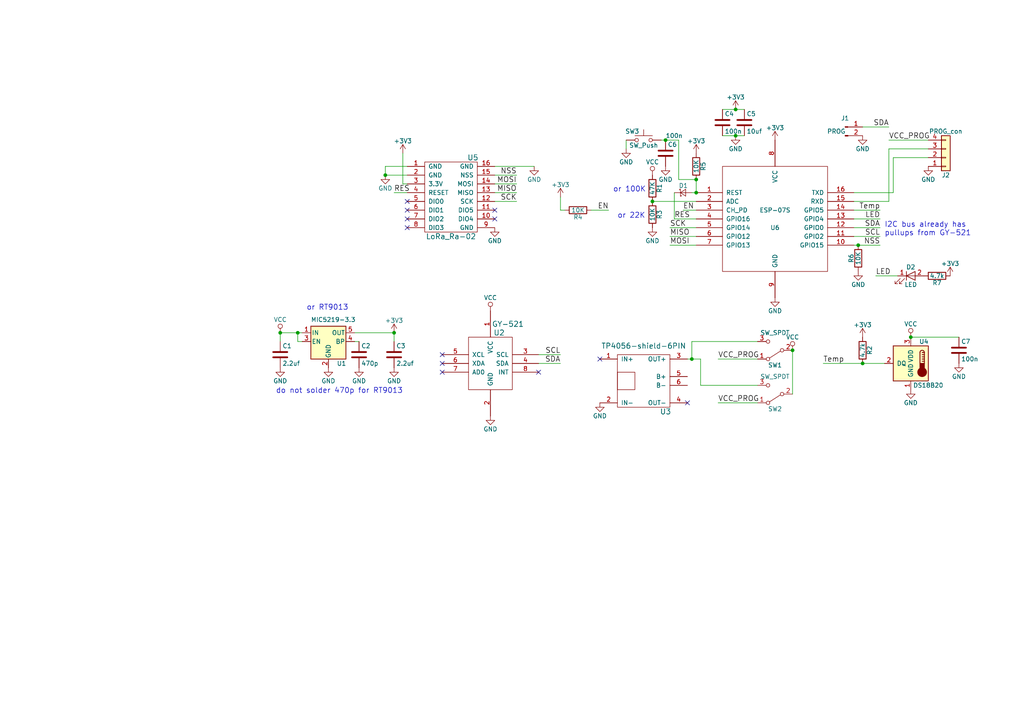
<source format=kicad_sch>
(kicad_sch (version 20230121) (generator eeschema)
  (paper "A4")
  (lib_symbols
    (symbol "iSpindelPCBv2-rescue:+3.3V" (power) (pin_names (offset 0))
      (property "Value" "+3.3V" (at 0 3.556 0))
      (symbol "+3.3V_0_1"
        (polyline (pts (xy -0.762 1.27) (xy 0 2.54)))
        (polyline (pts (xy 0 0) (xy 0 2.54)))
        (polyline (pts (xy 0 2.54) (xy 0.762 1.27)))
      )
      (symbol "+3.3V_1_1"
        (pin power_in line (at 0 0 90) (length 0) hide (name "+3V3") (number "1"))
      )
    )
    (symbol "iSpindelPCBv2-rescue:C" (pin_numbers hide) (pin_names (offset 0.254))
      (property "Reference" "C" (at 0.635 2.54 0))
      (property "Value" "C" (at 0.635 -2.54 0))
      (symbol "C_0_1"
        (polyline (pts (xy -2.032 -0.762) (xy 2.032 -0.762)) (stroke (width 0.508)))
        (polyline (pts (xy -2.032 0.762) (xy 2.032 0.762)) (stroke (width 0.508)))
      )
      (symbol "C_1_1"
        (pin passive line (at 0 3.81 270) (length 2.794) (name "~") (number "1"))
        (pin passive line (at 0 -3.81 90) (length 2.794) (name "~") (number "2"))
      )
    )
    (symbol "iSpindelPCBv2-rescue:Conn_01x02_Male" (pin_names (offset 1.016) hide)
      (property "Reference" "J" (at 0 2.54 0))
      (property "Value" "Conn_01x02_Male" (at 0 -5.08 0))
      (symbol "Conn_01x02_Male_1_1"
        (polyline (pts (xy 1.27 -2.54) (xy 0.8636 -2.54)) (stroke (width 0.1524)))
        (polyline (pts (xy 1.27 0) (xy 0.8636 0)) (stroke (width 0.1524)))
        (rectangle (start 0.8636 -2.413) (end 0 -2.667) (stroke (width 0.1524)) (fill (type outline)))
        (rectangle (start 0.8636 0.127) (end 0 -0.127) (stroke (width 0.1524)) (fill (type outline)))
        (pin passive line (at 5.08 0 180) (length 3.81) (name "Pin_1") (number "1"))
        (pin passive line (at 5.08 -2.54 180) (length 3.81) (name "Pin_2") (number "2"))
      )
    )
    (symbol "iSpindelPCBv2-rescue:Conn_01x04" (pin_names (offset 1.016) hide)
      (property "Reference" "J" (at 0 5.08 0))
      (property "Value" "Conn_01x04" (at 0 -7.62 0))
      (symbol "Conn_01x04_1_1"
        (rectangle (start -1.27 -4.953) (end 0 -5.207) (stroke (width 0.1524)))
        (rectangle (start -1.27 -2.413) (end 0 -2.667) (stroke (width 0.1524)))
        (rectangle (start -1.27 0.127) (end 0 -0.127) (stroke (width 0.1524)))
        (rectangle (start -1.27 2.667) (end 0 2.413) (stroke (width 0.1524)))
        (rectangle (start -1.27 3.81) (end 1.27 -6.35) (stroke (width 0.254)) (fill (type background)))
        (pin passive line (at -5.08 2.54 0) (length 3.81) (name "Pin_1") (number "1"))
        (pin passive line (at -5.08 0 0) (length 3.81) (name "Pin_2") (number "2"))
        (pin passive line (at -5.08 -2.54 0) (length 3.81) (name "Pin_3") (number "3"))
        (pin passive line (at -5.08 -5.08 0) (length 3.81) (name "Pin_4") (number "4"))
      )
    )
    (symbol "iSpindelPCBv2-rescue:DS18B20" (pin_names (offset 1.016))
      (property "Reference" "U" (at -3.81 6.35 0))
      (property "Value" "DS18B20" (at 6.35 6.35 0))
      (symbol "DS18B20_0_1"
        (rectangle (start -5.08 5.08) (end 5.08 -5.08) (stroke (width 0.254)) (fill (type background)))
        (circle (center -3.302 -2.54) (radius 1.27) (stroke (width 0.254)) (fill (type outline)))
        (rectangle (start -2.667 -1.905) (end -3.937 0) (stroke (width 0.254)) (fill (type outline)))
        (arc (start -2.667 3.175) (mid -3.302 3.8073) (end -3.937 3.175) (stroke (width 0.254)))
        (polyline (pts (xy -3.937 0.635) (xy -3.302 0.635)) (stroke (width 0.254)))
        (polyline (pts (xy -3.937 1.27) (xy -3.302 1.27)) (stroke (width 0.254)))
        (polyline (pts (xy -3.937 1.905) (xy -3.302 1.905)) (stroke (width 0.254)))
        (polyline (pts (xy -3.937 2.54) (xy -3.302 2.54)) (stroke (width 0.254)))
        (polyline (pts (xy -3.937 3.175) (xy -3.937 0)) (stroke (width 0.254)))
        (polyline (pts (xy -3.937 3.175) (xy -3.302 3.175)) (stroke (width 0.254)))
        (polyline (pts (xy -2.667 3.175) (xy -2.667 0)) (stroke (width 0.254)))
      )
      (symbol "DS18B20_1_1"
        (pin power_in line (at 0 -7.62 90) (length 2.54) (name "GND") (number "1"))
        (pin bidirectional line (at 7.62 0 180) (length 2.54) (name "DQ") (number "2"))
        (pin power_in line (at 0 7.62 270) (length 2.54) (name "VDD") (number "3"))
      )
    )
    (symbol "iSpindelPCBv2-rescue:D_Schottky_Small" (pin_numbers hide) (pin_names (offset 0.254) hide)
      (property "Reference" "D" (at -1.27 2.032 0))
      (property "Value" "D_Schottky_Small" (at -7.112 -2.032 0))
      (symbol "D_Schottky_Small_0_1"
        (polyline (pts (xy -0.762 -1.016) (xy -0.762 1.016)))
        (polyline (pts (xy -0.762 0) (xy 0.762 0)))
        (polyline (pts (xy -0.762 -1.016) (xy -0.508 -1.016) (xy -0.508 -0.762)))
        (polyline (pts (xy -0.762 1.016) (xy -1.016 1.016) (xy -1.016 0.762)))
        (polyline (pts (xy 0.762 -1.016) (xy -0.762 0) (xy 0.762 1.016) (xy 0.762 -1.016)))
      )
      (symbol "D_Schottky_Small_1_1"
        (pin passive line (at -2.54 0 0) (length 1.778) (name "K") (number "1"))
        (pin passive line (at 2.54 0 180) (length 1.778) (name "A") (number "2"))
      )
    )
    (symbol "iSpindelPCBv2-rescue:ESP-07S" (pin_names (offset 1.016))
      (property "Reference" "U" (at 0 -2.54 0))
      (property "Value" "ESP-07S" (at 0 2.54 0))
      (symbol "ESP-07S_1_0"
        (rectangle (start -15.24 -15.24) (end 15.24 15.24))
      )
      (symbol "ESP-07S_1_1"
        (pin input line (at -22.86 7.62 0) (length 7.62) (name "REST") (number "1"))
        (pin bidirectional line (at 22.86 -7.62 180) (length 7.62) (name "GPIO15") (number "10"))
        (pin bidirectional line (at 22.86 -5.08 180) (length 7.62) (name "GPIO2") (number "11"))
        (pin bidirectional line (at 22.86 -2.54 180) (length 7.62) (name "GPIO0") (number "12"))
        (pin bidirectional line (at 22.86 0 180) (length 7.62) (name "GPIO4") (number "13"))
        (pin bidirectional line (at 22.86 2.54 180) (length 7.62) (name "GPIO5") (number "14"))
        (pin input line (at 22.86 5.08 180) (length 7.62) (name "RXD") (number "15"))
        (pin output line (at 22.86 7.62 180) (length 7.62) (name "TXD") (number "16"))
        (pin passive line (at -22.86 5.08 0) (length 7.62) (name "ADC") (number "2"))
        (pin input line (at -22.86 2.54 0) (length 7.62) (name "CH_PD") (number "3"))
        (pin bidirectional line (at -22.86 0 0) (length 7.62) (name "GPIO16") (number "4"))
        (pin bidirectional line (at -22.86 -2.54 0) (length 7.62) (name "GPIO14") (number "5"))
        (pin bidirectional line (at -22.86 -5.08 0) (length 7.62) (name "GPIO12") (number "6"))
        (pin bidirectional line (at -22.86 -7.62 0) (length 7.62) (name "GPIO13") (number "7"))
        (pin power_in line (at 0 22.86 270) (length 7.62) (name "VCC") (number "8"))
        (pin power_in line (at 0 -22.86 90) (length 7.62) (name "GND") (number "9"))
      )
    )
    (symbol "iSpindelPCBv2-rescue:GND" (power) (pin_names (offset 0))
      (property "Value" "GND" (at 0 -3.81 0))
      (symbol "GND_0_1"
        (polyline (pts (xy 0 0) (xy 0 -1.27) (xy 1.27 -1.27) (xy 0 -2.54) (xy -1.27 -1.27) (xy 0 -1.27)))
      )
      (symbol "GND_1_1"
        (pin power_in line (at 0 0 270) (length 0) hide (name "GND") (number "1"))
      )
    )
    (symbol "iSpindelPCBv2-rescue:GY-521" (pin_names (offset 1.016))
      (property "Reference" "U" (at 2.54 8.89 0))
      (property "Value" "GY-521" (at 5.08 11.43 0))
      (symbol "GY-521_0_1"
        (rectangle (start -6.35 7.62) (end 6.35 -7.62))
      )
      (symbol "GY-521_1_1"
        (pin input line (at 0 15.24 270) (length 7.62) (name "VCC") (number "1"))
        (pin input line (at 0 -15.24 90) (length 7.62) (name "GND") (number "2"))
        (pin input line (at 13.97 2.54 180) (length 7.62) (name "SCL") (number "3"))
        (pin input line (at 13.97 0 180) (length 7.62) (name "SDA") (number "4"))
        (pin input line (at -13.97 2.54 0) (length 7.62) (name "XCL") (number "5"))
        (pin input line (at -13.97 0 0) (length 7.62) (name "XDA") (number "6"))
        (pin input line (at -13.97 -2.54 0) (length 7.62) (name "AD0") (number "7"))
        (pin input line (at 13.97 -2.54 180) (length 7.62) (name "INT") (number "8"))
      )
    )
    (symbol "iSpindelPCBv2-rescue:LED" (pin_names (offset 1.016) hide)
      (property "Reference" "D" (at 0 2.54 0))
      (property "Value" "LED" (at 0 -2.54 0))
      (symbol "LED_0_1"
        (polyline (pts (xy -1.27 -1.27) (xy -1.27 1.27)) (stroke (width 0.2032)))
        (polyline (pts (xy -1.27 0) (xy 1.27 0)))
        (polyline (pts (xy 1.27 -1.27) (xy 1.27 1.27) (xy -1.27 0) (xy 1.27 -1.27)) (stroke (width 0.2032)))
        (polyline (pts (xy -3.048 -0.762) (xy -4.572 -2.286) (xy -3.81 -2.286) (xy -4.572 -2.286) (xy -4.572 -1.524)))
        (polyline (pts (xy -1.778 -0.762) (xy -3.302 -2.286) (xy -2.54 -2.286) (xy -3.302 -2.286) (xy -3.302 -1.524)))
      )
      (symbol "LED_1_1"
        (pin passive line (at -3.81 0 0) (length 2.54) (name "K") (number "1"))
        (pin passive line (at 3.81 0 180) (length 2.54) (name "A") (number "2"))
      )
    )
    (symbol "iSpindelPCBv2-rescue:LoRa_Ra-02" (pin_names (offset 1.016))
      (property "Reference" "U" (at 6.35 11.43 0))
      (property "Value" "LoRa_Ra-02" (at 0 -11.43 0))
      (symbol "LoRa_Ra-02_0_1"
        (rectangle (start -7.62 10.16) (end 7.62 -10.16))
      )
      (symbol "LoRa_Ra-02_1_1"
        (pin bidirectional line (at -12.7 8.89 0) (length 5.08) (name "GND") (number "1"))
        (pin bidirectional line (at 12.7 -6.35 180) (length 5.08) (name "DIO4") (number "10"))
        (pin bidirectional line (at 12.7 -3.81 180) (length 5.08) (name "DIO5") (number "11"))
        (pin bidirectional line (at 12.7 -1.27 180) (length 5.08) (name "SCK") (number "12"))
        (pin bidirectional line (at 12.7 1.27 180) (length 5.08) (name "MISO") (number "13"))
        (pin bidirectional line (at 12.7 3.81 180) (length 5.08) (name "MOSI") (number "14"))
        (pin bidirectional line (at 12.7 6.35 180) (length 5.08) (name "NSS") (number "15"))
        (pin bidirectional line (at 12.7 8.89 180) (length 5.08) (name "GND") (number "16"))
        (pin bidirectional line (at -12.7 6.35 0) (length 5.08) (name "GND") (number "2"))
        (pin bidirectional line (at -12.7 3.81 0) (length 5.08) (name "3.3V") (number "3"))
        (pin bidirectional line (at -12.7 1.27 0) (length 5.08) (name "RESET") (number "4"))
        (pin bidirectional line (at -12.7 -1.27 0) (length 5.08) (name "DIO0") (number "5"))
        (pin bidirectional line (at -12.7 -3.81 0) (length 5.08) (name "DIO1") (number "6"))
        (pin bidirectional line (at -12.7 -6.35 0) (length 5.08) (name "DIO2") (number "7"))
        (pin bidirectional line (at -12.7 -8.89 0) (length 5.08) (name "DIO3") (number "8"))
        (pin bidirectional line (at 12.7 -8.89 180) (length 5.08) (name "GND") (number "9"))
      )
    )
    (symbol "iSpindelPCBv2-rescue:MIC5219-3.0" (pin_names (offset 0.254))
      (property "Reference" "U" (at -3.81 5.715 0))
      (property "Value" "MIC5219-3.0" (at 0 5.715 0))
      (symbol "MIC5219-3.0_0_1"
        (rectangle (start -5.08 4.445) (end 5.08 -5.08) (stroke (width 0.254)) (fill (type background)))
      )
      (symbol "MIC5219-3.0_1_1"
        (pin power_in line (at -7.62 2.54 0) (length 2.54) (name "IN") (number "1"))
        (pin power_in line (at 0 -7.62 90) (length 2.54) (name "GND") (number "2"))
        (pin input line (at -7.62 0 0) (length 2.54) (name "EN") (number "3"))
        (pin input line (at 7.62 0 180) (length 2.54) (name "BP") (number "4"))
        (pin power_out line (at 7.62 2.54 180) (length 2.54) (name "OUT") (number "5"))
      )
    )
    (symbol "iSpindelPCBv2-rescue:R" (pin_numbers hide) (pin_names (offset 0))
      (property "Reference" "R" (at 2.032 0 90))
      (property "Value" "R" (at 0 0 90))
      (symbol "R_0_1"
        (rectangle (start -1.016 -2.54) (end 1.016 2.54) (stroke (width 0.254)))
      )
      (symbol "R_1_1"
        (pin passive line (at 0 3.81 270) (length 1.27) (name "~") (number "1"))
        (pin passive line (at 0 -3.81 90) (length 1.27) (name "~") (number "2"))
      )
    )
    (symbol "iSpindelPCBv2-rescue:SW_Push" (pin_numbers hide) (pin_names (offset 1.016) hide)
      (property "Reference" "SW" (at 1.27 2.54 0))
      (property "Value" "SW_Push" (at 0 -1.524 0))
      (symbol "SW_Push_0_1"
        (circle (center -2.032 0) (radius 0.508))
        (polyline (pts (xy 0 1.27) (xy 0 3.048)))
        (polyline (pts (xy 2.54 1.27) (xy -2.54 1.27)))
        (circle (center 2.032 0) (radius 0.508))
        (pin passive line (at -5.08 0 0) (length 2.54) (name "1") (number "1"))
        (pin passive line (at 5.08 0 180) (length 2.54) (name "2") (number "2"))
      )
    )
    (symbol "iSpindelPCBv2-rescue:SW_SPDT" (pin_names (offset 0) hide)
      (property "Reference" "SW" (at 0 4.318 0))
      (property "Value" "SW_SPDT" (at 0 -5.08 0))
      (symbol "SW_SPDT_0_0"
        (circle (center -2.032 0) (radius 0.508))
        (circle (center 2.032 -2.54) (radius 0.508))
      )
      (symbol "SW_SPDT_0_1"
        (polyline (pts (xy -1.524 0.254) (xy 1.651 2.286)))
        (circle (center 2.032 2.54) (radius 0.508))
      )
      (symbol "SW_SPDT_1_1"
        (pin passive line (at 5.08 2.54 180) (length 2.54) (name "A") (number "1"))
        (pin passive line (at -5.08 0 0) (length 2.54) (name "B") (number "2"))
        (pin passive line (at 5.08 -2.54 180) (length 2.54) (name "C") (number "3"))
      )
    )
    (symbol "iSpindelPCBv2-rescue:TP4056-shield-6PIN" (pin_names (offset 1.016))
      (property "Reference" "U" (at 7.62 -8.89 0))
      (property "Value" "TP4056-shield-6PIN" (at 1.27 10.16 0))
      (symbol "TP4056-shield-6PIN_0_1"
        (rectangle (start -6.35 2.54) (end -1.27 -2.54))
        (rectangle (start 8.89 7.62) (end -6.35 -7.62))
      )
      (symbol "TP4056-shield-6PIN_1_1"
        (pin power_out line (at -11.43 6.35 0) (length 5.08) (name "IN+") (number "1"))
        (pin power_out line (at -11.43 -6.35 0) (length 5.08) (name "IN-") (number "2"))
        (pin power_out line (at 13.97 6.35 180) (length 5.08) (name "OUT+") (number "3"))
        (pin power_out line (at 13.97 -6.35 180) (length 5.08) (name "OUT-") (number "4"))
        (pin power_out line (at 13.97 1.27 180) (length 5.08) (name "B+") (number "5"))
        (pin power_out line (at 13.97 -1.27 180) (length 5.08) (name "B-") (number "6"))
      )
    )
    (symbol "iSpindelPCBv2-rescue:VCC" (power) (pin_names (offset 0))
      (property "Value" "VCC" (at 0 3.81 0))
      (symbol "VCC_0_1"
        (polyline (pts (xy 0 0) (xy 0 1.27)))
        (circle (center 0 1.905) (radius 0.635))
      )
      (symbol "VCC_1_1"
        (pin power_in line (at 0 0 90) (length 0) hide (name "VCC") (number "1"))
      )
    )
  )
  (junction (at 189.23 58.42))
  (junction (at 111.76 50.8))
  (junction (at 114.3 96.52))
  (junction (at 250.19 105.41))
  (junction (at 248.92 71.12))
  (junction (at 193.04 40.64))
  (junction (at 213.36 39.37))
  (junction (at 200.66 104.14))
  (junction (at 264.16 97.79))
  (junction (at 81.28 96.52))
  (junction (at 201.93 55.88))
  (junction (at 229.87 101.6))
  (junction (at 213.36 31.75))
  (junction (at 86.36 96.52))
  (junction (at 201.93 52.07))
  (no_connect (at 118.11 66.04))
  (no_connect (at 118.11 63.5))
  (no_connect (at 128.27 105.41))
  (no_connect (at 118.11 58.42))
  (no_connect (at 128.27 107.95))
  (no_connect (at 173.99 104.14))
  (no_connect (at 143.51 60.96))
  (no_connect (at 118.11 60.96))
  (no_connect (at 143.51 63.5))
  (no_connect (at 128.27 102.87))
  (no_connect (at 156.21 107.95))
  (no_connect (at 199.39 116.84))
  (wire (pts (xy 209.55 39.37) (xy 213.36 39.37)))
  (wire (pts (xy 201.93 68.58) (xy 194.31 68.58)))
  (wire (pts (xy 81.28 96.52) (xy 86.36 96.52)))
  (wire (pts (xy 193.04 40.64) (xy 196.85 40.64)))
  (wire (pts (xy 143.51 53.34) (xy 149.86 53.34)))
  (wire (pts (xy 200.66 104.14) (xy 203.2 104.14)))
  (wire (pts (xy 143.51 58.42) (xy 149.86 58.42)))
  (wire (pts (xy 259.08 55.88) (xy 259.08 45.72)))
  (wire (pts (xy 163.83 60.96) (xy 162.56 60.96)))
  (wire (pts (xy 209.55 31.75) (xy 213.36 31.75)))
  (wire (pts (xy 81.28 96.52) (xy 81.28 99.06)))
  (wire (pts (xy 196.85 52.07) (xy 201.93 52.07)))
  (wire (pts (xy 259.08 45.72) (xy 269.24 45.72)))
  (wire (pts (xy 200.66 99.06) (xy 219.71 99.06)))
  (wire (pts (xy 87.63 99.06) (xy 86.36 99.06)))
  (wire (pts (xy 219.71 104.14) (xy 208.28 104.14)))
  (wire (pts (xy 191.77 40.64) (xy 193.04 40.64)))
  (wire (pts (xy 201.93 60.96) (xy 198.12 60.96)))
  (wire (pts (xy 102.87 99.06) (xy 104.14 99.06)))
  (wire (pts (xy 247.65 66.04) (xy 255.27 66.04)))
  (wire (pts (xy 201.93 63.5) (xy 195.58 63.5)))
  (wire (pts (xy 111.76 48.26) (xy 118.11 48.26)))
  (wire (pts (xy 86.36 99.06) (xy 86.36 96.52)))
  (wire (pts (xy 264.16 97.79) (xy 278.13 97.79)))
  (wire (pts (xy 111.76 50.8) (xy 111.76 48.26)))
  (wire (pts (xy 114.3 96.52) (xy 102.87 96.52)))
  (wire (pts (xy 250.19 105.41) (xy 256.54 105.41)))
  (wire (pts (xy 248.92 71.12) (xy 255.27 71.12)))
  (wire (pts (xy 195.58 63.5) (xy 195.58 55.88)))
  (wire (pts (xy 260.35 80.01) (xy 254 80.01)))
  (wire (pts (xy 118.11 53.34) (xy 116.84 53.34)))
  (wire (pts (xy 118.11 55.88) (xy 114.3 55.88)))
  (wire (pts (xy 143.51 55.88) (xy 149.86 55.88)))
  (wire (pts (xy 247.65 58.42) (xy 257.81 58.42)))
  (wire (pts (xy 257.81 58.42) (xy 257.81 43.18)))
  (wire (pts (xy 143.51 48.26) (xy 154.94 48.26)))
  (wire (pts (xy 219.71 111.76) (xy 203.2 111.76)))
  (wire (pts (xy 250.19 36.83) (xy 257.81 36.83)))
  (wire (pts (xy 171.45 60.96) (xy 176.53 60.96)))
  (wire (pts (xy 200.66 104.14) (xy 200.66 99.06)))
  (wire (pts (xy 229.87 101.6) (xy 229.87 114.3)))
  (wire (pts (xy 203.2 111.76) (xy 203.2 104.14)))
  (wire (pts (xy 196.85 40.64) (xy 196.85 52.07)))
  (wire (pts (xy 201.93 71.12) (xy 194.31 71.12)))
  (wire (pts (xy 189.23 58.42) (xy 201.93 58.42)))
  (wire (pts (xy 269.24 40.64) (xy 257.81 40.64)))
  (wire (pts (xy 201.93 55.88) (xy 201.93 52.07)))
  (wire (pts (xy 201.93 66.04) (xy 194.31 66.04)))
  (wire (pts (xy 257.81 43.18) (xy 269.24 43.18)))
  (wire (pts (xy 156.21 102.87) (xy 162.56 102.87)))
  (wire (pts (xy 181.61 40.64) (xy 181.61 43.18)))
  (wire (pts (xy 247.65 71.12) (xy 248.92 71.12)))
  (wire (pts (xy 213.36 39.37) (xy 215.9 39.37)))
  (wire (pts (xy 238.76 105.41) (xy 250.19 105.41)))
  (wire (pts (xy 247.65 63.5) (xy 255.27 63.5)))
  (wire (pts (xy 156.21 105.41) (xy 162.56 105.41)))
  (wire (pts (xy 114.3 99.06) (xy 114.3 96.52)))
  (wire (pts (xy 118.11 50.8) (xy 111.76 50.8)))
  (wire (pts (xy 199.39 104.14) (xy 200.66 104.14)))
  (wire (pts (xy 116.84 53.34) (xy 116.84 44.45)))
  (wire (pts (xy 247.65 60.96) (xy 255.27 60.96)))
  (wire (pts (xy 200.66 55.88) (xy 201.93 55.88)))
  (wire (pts (xy 86.36 96.52) (xy 87.63 96.52)))
  (wire (pts (xy 247.65 55.88) (xy 259.08 55.88)))
  (wire (pts (xy 219.71 116.84) (xy 208.28 116.84)))
  (wire (pts (xy 162.56 60.96) (xy 162.56 57.15)))
  (wire (pts (xy 213.36 31.75) (xy 215.9 31.75)))
  (wire (pts (xy 143.51 50.8) (xy 149.86 50.8)))
  (wire (pts (xy 247.65 68.58) (xy 255.27 68.58)))
  (text "or 100K" (at 177.8 55.88 0) (effects (font (size 1.524 1.524)) (justify left bottom)))
  (text "I2C bus already has \npullups from GY-521" (at 256.54 68.58 0) (effects (font (size 1.524 1.524)) (justify left bottom)))
  (text "do not solder 470p for RT9013" (at 80.01 114.3 0) (effects (font (size 1.524 1.524)) (justify left bottom)))
  (text "or 22K" (at 179.07 63.5 0) (effects (font (size 1.524 1.524)) (justify left bottom)))
  (text "or RT9013" (at 88.9 90.17 0) (effects (font (size 1.524 1.524)) (justify left bottom)))
  (label "VCC_PROG" (at 208.28 116.84 0) (effects (font (size 1.524 1.524))))
  (label "NSS" (at 149.86 50.8 180) (effects (font (size 1.524 1.524))))
  (label "MOSI" (at 149.86 53.34 180) (effects (font (size 1.524 1.524))))
  (label "MISO" (at 149.86 55.88 180) (effects (font (size 1.524 1.524))))
  (label "LED" (at 254 80.01 0) (effects (font (size 1.524 1.524))))
  (label "VCC_PROG" (at 208.28 104.14 0) (effects (font (size 1.524 1.524))))
  (label "RES" (at 114.3 55.88 0) (effects (font (size 1.524 1.524))))
  (label "LED" (at 255.27 63.5 180) (effects (font (size 1.524 1.524))))
  (label "Temp" (at 255.27 60.96 180) (effects (font (size 1.524 1.524))))
  (label "SCK" (at 194.31 66.04 0) (effects (font (size 1.524 1.524))))
  (label "SCK" (at 149.86 58.42 180) (effects (font (size 1.524 1.524))))
  (label "MISO" (at 194.31 68.58 0) (effects (font (size 1.524 1.524))))
  (label "EN" (at 198.12 60.96 0) (effects (font (size 1.524 1.524))))
  (label "SCL" (at 162.56 102.87 180) (effects (font (size 1.524 1.524))))
  (label "SCL" (at 255.27 68.58 180) (effects (font (size 1.524 1.524))))
  (label "SDA" (at 255.27 66.04 180) (effects (font (size 1.524 1.524))))
  (label "Temp" (at 238.76 105.41 0) (effects (font (size 1.524 1.524))))
  (label "RES" (at 195.58 63.5 0) (effects (font (size 1.524 1.524))))
  (label "EN" (at 176.53 60.96 180) (effects (font (size 1.524 1.524))))
  (label "NSS" (at 255.27 71.12 180) (effects (font (size 1.524 1.524))))
  (label "SDA" (at 162.56 105.41 180) (effects (font (size 1.524 1.524))))
  (label "VCC_PROG" (at 257.81 40.64 0) (effects (font (size 1.524 1.524))))
  (label "MOSI" (at 194.31 71.12 0) (effects (font (size 1.524 1.524))))
  (label "SDA" (at 257.81 36.83 180) (effects (font (size 1.524 1.524))))
  (symbol (lib_id "iSpindelPCBv2-rescue:GY-521") (at 142.24 105.41 0) (unit 1)
    (property "Reference" "U2" (at 144.78 96.52 0) (effects (font (size 1.524 1.524))))
    (property "Value" "GY-521" (at 147.32 93.98 0) (effects (font (size 1.524 1.524))))
    (property "Footprint" "KiCadCustomLibs:GY-521" (effects hide))
  )
  (symbol (lib_id "iSpindelPCBv2-rescue:GND") (at 142.24 120.65 0) (unit 1)
    (property "Reference" "#PWR10" (effects hide))
    (property "Value" "GND" (at 142.24 124.46 0))
  )
  (symbol (lib_id "iSpindelPCBv2-rescue:+3.3V") (at 114.3 96.52 0) (unit 1)
    (property "Reference" "#PWR6" (effects hide))
    (property "Value" "+3.3V" (at 114.3 92.964 0))
  )
  (symbol (lib_id "iSpindelPCBv2-rescue:GND") (at 95.25 106.68 0) (unit 1)
    (property "Reference" "#PWR3" (effects hide))
    (property "Value" "GND" (at 95.25 110.49 0))
  )
  (symbol (lib_id "iSpindelPCBv2-rescue:MIC5219-3.0") (at 95.25 99.06 0) (unit 1)
    (property "Reference" "U1" (at 99.06 105.41 0))
    (property "Value" "MIC5219-3.3" (at 90.17 92.71 0) (effects (justify left)))
    (property "Footprint" "TO_SOT_Packages_SMD:SOT-23-5" (effects hide))
  )
  (symbol (lib_id "iSpindelPCBv2-rescue:C") (at 104.14 102.87 0) (unit 1)
    (property "Reference" "C2" (at 104.775 100.33 0) (effects (justify left)))
    (property "Value" "470p" (at 104.775 105.41 0) (effects (justify left)))
    (property "Footprint" "Capacitors_SMD:C_0603" (effects hide))
  )
  (symbol (lib_id "iSpindelPCBv2-rescue:GND") (at 104.14 106.68 0) (unit 1)
    (property "Reference" "#PWR4" (effects hide))
    (property "Value" "GND" (at 104.14 110.49 0))
  )
  (symbol (lib_id "iSpindelPCBv2-rescue:C") (at 114.3 102.87 0) (unit 1)
    (property "Reference" "C3" (at 114.935 100.33 0) (effects (justify left)))
    (property "Value" "2.2uf" (at 114.935 105.41 0) (effects (justify left)))
    (property "Footprint" "Capacitors_SMD:C_0805" (effects hide))
  )
  (symbol (lib_id "iSpindelPCBv2-rescue:GND") (at 114.3 106.68 0) (unit 1)
    (property "Reference" "#PWR7" (effects hide))
    (property "Value" "GND" (at 114.3 110.49 0))
  )
  (symbol (lib_id "iSpindelPCBv2-rescue:C") (at 81.28 102.87 0) (unit 1)
    (property "Reference" "C1" (at 81.915 100.33 0) (effects (justify left)))
    (property "Value" "2.2uf" (at 81.915 105.41 0) (effects (justify left)))
    (property "Footprint" "Capacitors_SMD:C_0805" (effects hide))
  )
  (symbol (lib_id "iSpindelPCBv2-rescue:GND") (at 81.28 106.68 0) (unit 1)
    (property "Reference" "#PWR2" (effects hide))
    (property "Value" "GND" (at 81.28 110.49 0))
  )
  (symbol (lib_id "iSpindelPCBv2-rescue:R") (at 250.19 101.6 0) (unit 1)
    (property "Reference" "R2" (at 252.222 101.6 90))
    (property "Value" "4.7k" (at 250.19 101.6 90))
    (property "Footprint" "Resistors_SMD:R_0603" (effects hide))
  )
  (symbol (lib_id "iSpindelPCBv2-rescue:+3.3V") (at 250.19 97.79 0) (unit 1)
    (property "Reference" "#PWR27" (effects hide))
    (property "Value" "+3.3V" (at 250.19 94.234 0))
  )
  (symbol (lib_id "iSpindelPCBv2-rescue:R") (at 189.23 54.61 0) (unit 1)
    (property "Reference" "R1" (at 191.262 54.61 90))
    (property "Value" "47K" (at 189.23 54.61 90))
    (property "Footprint" "Resistors_SMD:R_0603" (effects hide))
  )
  (symbol (lib_id "iSpindelPCBv2-rescue:DS18B20") (at 264.16 105.41 0) (mirror y) (unit 1)
    (property "Reference" "U4" (at 267.97 99.06 0))
    (property "Value" "DS18B20" (at 269.24 111.76 0))
    (property "Footprint" "TO_SOT_Packages_THT:TO-92_Inline_Narrow_Oval" (effects hide))
  )
  (symbol (lib_id "iSpindelPCBv2-rescue:GND") (at 264.16 113.03 0) (unit 1)
    (property "Reference" "#PWR29" (effects hide))
    (property "Value" "GND" (at 264.16 116.84 0))
  )
  (symbol (lib_id "iSpindelPCBv2-rescue:TP4056-shield-6PIN") (at 185.42 110.49 0) (unit 1)
    (property "Reference" "U3" (at 193.04 119.38 0) (effects (font (size 1.524 1.524))))
    (property "Value" "TP4056-shield-6PIN" (at 186.69 100.33 0) (effects (font (size 1.524 1.524))))
    (property "Footprint" "KiCadCustomLibs:TP4056-shield-6PIN" (effects hide))
  )
  (symbol (lib_id "iSpindelPCBv2-rescue:GND") (at 173.99 116.84 0) (unit 1)
    (property "Reference" "#PWR14" (effects hide))
    (property "Value" "GND" (at 173.99 120.65 0))
  )
  (symbol (lib_id "iSpindelPCBv2-rescue:VCC") (at 229.87 101.6 0) (unit 1)
    (property "Reference" "#PWR24" (effects hide))
    (property "Value" "VCC" (at 229.87 97.79 0))
  )
  (symbol (lib_id "iSpindelPCBv2-rescue:VCC") (at 264.16 97.79 0) (unit 1)
    (property "Reference" "#PWR28" (effects hide))
    (property "Value" "VCC" (at 264.16 93.98 0))
  )
  (symbol (lib_id "iSpindelPCBv2-rescue:VCC") (at 81.28 96.52 0) (unit 1)
    (property "Reference" "#PWR1" (effects hide))
    (property "Value" "VCC" (at 81.28 92.71 0))
  )
  (symbol (lib_id "iSpindelPCBv2-rescue:VCC") (at 142.24 90.17 0) (unit 1)
    (property "Reference" "#PWR9" (effects hide))
    (property "Value" "VCC" (at 142.24 86.36 0))
  )
  (symbol (lib_id "iSpindelPCBv2-rescue:R") (at 189.23 62.23 0) (unit 1)
    (property "Reference" "R3" (at 191.262 62.23 90))
    (property "Value" "10K" (at 189.23 62.23 90))
    (property "Footprint" "Resistors_SMD:R_0603" (effects hide))
  )
  (symbol (lib_id "iSpindelPCBv2-rescue:GND") (at 189.23 66.04 0) (unit 1)
    (property "Reference" "#PWR17" (effects hide))
    (property "Value" "GND" (at 189.23 69.85 0))
  )
  (symbol (lib_id "iSpindelPCBv2-rescue:VCC") (at 189.23 50.8 0) (unit 1)
    (property "Reference" "#PWR16" (effects hide))
    (property "Value" "VCC" (at 189.23 46.99 0))
  )
  (symbol (lib_id "iSpindelPCBv2-rescue:+3.3V") (at 224.79 40.64 0) (unit 1)
    (property "Reference" "#PWR22" (effects hide))
    (property "Value" "+3.3V" (at 224.79 37.084 0))
  )
  (symbol (lib_id "iSpindelPCBv2-rescue:ESP-07S") (at 224.79 63.5 0) (unit 1)
    (property "Reference" "U6" (at 224.79 66.04 0))
    (property "Value" "ESP-07S" (at 224.79 60.96 0))
    (property "Footprint" "KiCadCustomLibs:ESP-07S" (effects hide))
  )
  (symbol (lib_id "iSpindelPCBv2-rescue:GND") (at 224.79 86.36 0) (unit 1)
    (property "Reference" "#PWR23" (effects hide))
    (property "Value" "GND" (at 224.79 90.17 0))
  )
  (symbol (lib_id "iSpindelPCBv2-rescue:D_Schottky_Small") (at 198.12 55.88 0) (unit 1)
    (property "Reference" "D1" (at 196.85 53.848 0) (effects (justify left)))
    (property "Value" "Schottky" (effects hide))
    (property "Footprint" "Diodes_SMD:D_SOD-323" (effects hide))
  )
  (symbol (lib_id "iSpindelPCBv2-rescue:R") (at 167.64 60.96 270) (unit 1)
    (property "Reference" "R4" (at 167.64 62.992 90))
    (property "Value" "10K" (at 167.64 60.96 90))
    (property "Footprint" "Resistors_SMD:R_0603" (effects hide))
  )
  (symbol (lib_id "iSpindelPCBv2-rescue:R") (at 201.93 48.26 0) (unit 1)
    (property "Reference" "R5" (at 203.962 48.26 90))
    (property "Value" "10K" (at 201.93 48.26 90))
    (property "Footprint" "Resistors_SMD:R_0603" (effects hide))
  )
  (symbol (lib_id "iSpindelPCBv2-rescue:+3.3V") (at 201.93 44.45 0) (unit 1)
    (property "Reference" "#PWR19" (effects hide))
    (property "Value" "+3.3V" (at 201.93 40.894 0))
  )
  (symbol (lib_id "iSpindelPCBv2-rescue:+3.3V") (at 162.56 57.15 0) (unit 1)
    (property "Reference" "#PWR13" (effects hide))
    (property "Value" "+3.3V" (at 162.56 53.594 0))
  )
  (symbol (lib_id "iSpindelPCBv2-rescue:R") (at 248.92 74.93 180) (unit 1)
    (property "Reference" "R6" (at 246.888 74.93 90))
    (property "Value" "10K" (at 248.92 74.93 90))
    (property "Footprint" "Resistors_SMD:R_0603" (effects hide))
  )
  (symbol (lib_id "iSpindelPCBv2-rescue:GND") (at 248.92 78.74 0) (unit 1)
    (property "Reference" "#PWR25" (effects hide))
    (property "Value" "GND" (at 248.92 82.55 0))
  )
  (symbol (lib_id "iSpindelPCBv2-rescue:C") (at 215.9 35.56 0) (unit 1)
    (property "Reference" "C5" (at 216.535 33.02 0) (effects (justify left)))
    (property "Value" "10uf" (at 216.535 38.1 0) (effects (justify left)))
    (property "Footprint" "Capacitors_SMD:C_0805" (effects hide))
  )
  (symbol (lib_id "iSpindelPCBv2-rescue:C") (at 209.55 35.56 0) (unit 1)
    (property "Reference" "C4" (at 210.185 33.02 0) (effects (justify left)))
    (property "Value" "100n" (at 210.185 38.1 0) (effects (justify left)))
    (property "Footprint" "Capacitors_SMD:C_0603" (effects hide))
  )
  (symbol (lib_id "iSpindelPCBv2-rescue:+3.3V") (at 213.36 31.75 0) (unit 1)
    (property "Reference" "#PWR20" (effects hide))
    (property "Value" "+3.3V" (at 213.36 28.194 0))
  )
  (symbol (lib_id "iSpindelPCBv2-rescue:GND") (at 213.36 39.37 0) (unit 1)
    (property "Reference" "#PWR21" (effects hide))
    (property "Value" "GND" (at 213.36 43.18 0))
  )
  (symbol (lib_id "iSpindelPCBv2-rescue:Conn_01x02_Male") (at 245.11 36.83 0) (unit 1)
    (property "Reference" "J1" (at 245.11 34.29 0))
    (property "Value" "PROG" (at 242.57 38.1 0))
    (property "Footprint" "Pin_Headers:Pin_Header_Straight_1x02_Pitch2.54mm" (effects hide))
  )
  (symbol (lib_id "iSpindelPCBv2-rescue:GND") (at 250.19 39.37 0) (unit 1)
    (property "Reference" "#PWR26" (effects hide))
    (property "Value" "GND" (at 250.19 43.18 0))
  )
  (symbol (lib_id "iSpindelPCBv2-rescue:LoRa_Ra-02") (at 130.81 57.15 0) (unit 1)
    (property "Reference" "U5" (at 137.16 45.72 0) (effects (font (size 1.524 1.524))))
    (property "Value" "LoRa_Ra-02" (at 130.81 68.58 0) (effects (font (size 1.524 1.524))))
    (property "Footprint" "KiCadCustomLibs:LoRa_Ra-02" (effects hide))
  )
  (symbol (lib_id "iSpindelPCBv2-rescue:GND") (at 154.94 48.26 0) (unit 1)
    (property "Reference" "#PWR12" (effects hide))
    (property "Value" "GND" (at 154.94 52.07 0))
  )
  (symbol (lib_id "iSpindelPCBv2-rescue:GND") (at 143.51 66.04 0) (unit 1)
    (property "Reference" "#PWR11" (effects hide))
    (property "Value" "GND" (at 143.51 69.85 0))
  )
  (symbol (lib_id "iSpindelPCBv2-rescue:GND") (at 111.76 50.8 0) (unit 1)
    (property "Reference" "#PWR5" (effects hide))
    (property "Value" "GND" (at 111.76 54.61 0))
  )
  (symbol (lib_id "iSpindelPCBv2-rescue:+3.3V") (at 116.84 44.45 0) (unit 1)
    (property "Reference" "#PWR8" (effects hide))
    (property "Value" "+3.3V" (at 116.84 40.894 0))
  )
  (symbol (lib_id "iSpindelPCBv2-rescue:Conn_01x04") (at 274.32 45.72 0) (mirror x) (unit 1)
    (property "Reference" "J2" (at 274.32 50.8 0))
    (property "Value" "PROG_con" (at 274.32 38.1 0))
    (property "Footprint" "Pin_Headers:Pin_Header_Straight_1x04_Pitch2.54mm" (effects hide))
  )
  (symbol (lib_id "iSpindelPCBv2-rescue:GND") (at 269.24 48.26 0) (unit 1)
    (property "Reference" "#PWR30" (effects hide))
    (property "Value" "GND" (at 269.24 52.07 0))
  )
  (symbol (lib_id "iSpindelPCBv2-rescue:SW_SPDT") (at 224.79 101.6 180) (unit 1)
    (property "Reference" "SW1" (at 224.79 105.918 0))
    (property "Value" "SW_SPDT" (at 224.79 96.52 0))
    (property "Footprint" "KiCadCustomLibs:SK12D07VG3" (effects hide))
  )
  (symbol (lib_id "iSpindelPCBv2-rescue:SW_SPDT") (at 224.79 114.3 180) (unit 1)
    (property "Reference" "SW2" (at 224.79 118.618 0))
    (property "Value" "SW_SPDT" (at 224.79 109.22 0))
    (property "Footprint" "KiCadCustomLibs:SS-12F23" (effects hide))
  )
  (symbol (lib_id "iSpindelPCBv2-rescue:SW_Push") (at 186.69 40.64 0) (mirror y) (unit 1)
    (property "Reference" "SW3" (at 185.42 38.1 0) (effects (justify left)))
    (property "Value" "SW_Push" (at 186.69 42.164 0))
    (property "Footprint" "KiCadCustomLibs:Button_TS-018" (effects hide))
  )
  (symbol (lib_id "iSpindelPCBv2-rescue:GND") (at 181.61 43.18 0) (unit 1)
    (property "Reference" "#PWR15" (effects hide))
    (property "Value" "GND" (at 181.61 46.99 0))
  )
  (symbol (lib_id "iSpindelPCBv2-rescue:C") (at 193.04 44.45 0) (unit 1)
    (property "Reference" "C6" (at 193.675 41.91 0) (effects (justify left)))
    (property "Value" "100n" (at 193.04 39.37 0) (effects (justify left)))
    (property "Footprint" "Capacitors_SMD:C_0603" (effects hide))
  )
  (symbol (lib_id "iSpindelPCBv2-rescue:GND") (at 193.04 48.26 0) (unit 1)
    (property "Reference" "#PWR18" (effects hide))
    (property "Value" "GND" (at 193.04 52.07 0))
  )
  (symbol (lib_id "iSpindelPCBv2-rescue:LED") (at 264.16 80.01 0) (unit 1)
    (property "Reference" "D2" (at 264.16 77.47 0))
    (property "Value" "LED" (at 264.16 82.55 0))
    (property "Footprint" "LEDs:LED_0805" (effects hide))
  )
  (symbol (lib_id "iSpindelPCBv2-rescue:R") (at 271.78 80.01 270) (unit 1)
    (property "Reference" "R7" (at 271.78 82.042 90))
    (property "Value" "4.7k" (at 271.78 80.01 90))
    (property "Footprint" "Resistors_SMD:R_0603" (effects hide))
  )
  (symbol (lib_id "iSpindelPCBv2-rescue:+3.3V") (at 275.59 80.01 0) (unit 1)
    (property "Reference" "#PWR31" (effects hide))
    (property "Value" "+3.3V" (at 275.59 76.454 0))
  )
  (symbol (lib_id "iSpindelPCBv2-rescue:C") (at 278.13 101.6 0) (unit 1)
    (property "Reference" "C7" (at 278.765 99.06 0) (effects (justify left)))
    (property "Value" "100n" (at 278.765 104.14 0) (effects (justify left)))
    (property "Footprint" "Capacitors_SMD:C_0603" (effects hide))
  )
  (symbol (lib_id "iSpindelPCBv2-rescue:GND") (at 278.13 105.41 0) (unit 1)
    (property "Reference" "#PWR32" (effects hide))
    (property "Value" "GND" (at 278.13 109.22 0))
  )
)
</source>
